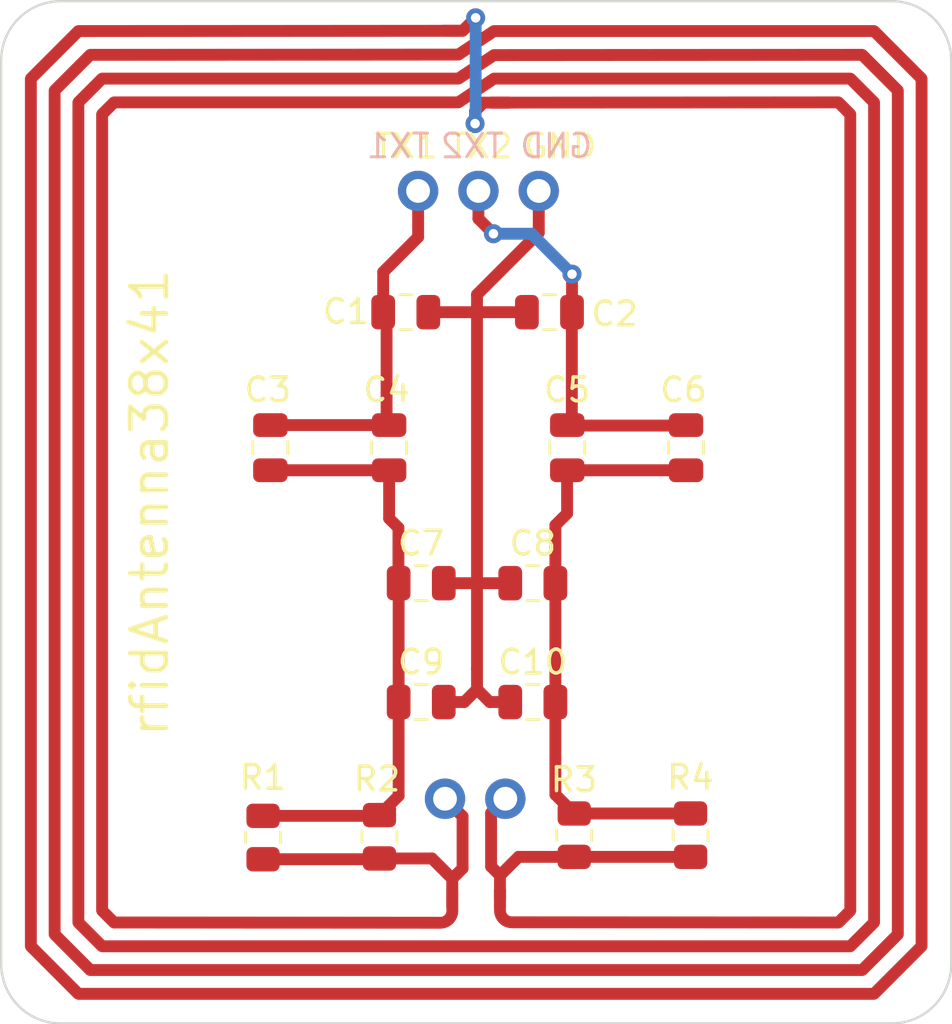
<source format=kicad_pcb>
(kicad_pcb (version 20221018) (generator pcbnew)
  (layers (0 "F.Cu" signal) (31 "B.Cu" signal) (34 "B.Paste" user) (35 "F.Paste" user) (36 "B.SilkS" user "B.Silkscreen") (37 "F.SilkS" user "F.Silkscreen") (38 "B.Mask" user) (39 "F.Mask" user) (44 "Edge.Cuts" user))
  (net 0 "")
  (net 1 "Net-(J1-Pin_1)")
  (net 2 "Net-(J1-Pin_2)")
  (net 3 "Net-(J1-Pin_3)")
  (net 4 "Net-(C3-Pad2)")
  (net 5 "Net-(C10-Pad2)")
  (net 6 "Net-(J2-Pin_1)")
  (footprint "Capacitor_SMD:C_0805_2012Metric" (layer "F.Cu") (at 161.3075 90.532312)
    (fp_text reference "C1" (at -2.5075 -0.030247) (layer "F.SilkS"))
    (fp_text value "NC" hide)
    (fp_line (start -0.261252 -0.735) (end 0.261252 -0.735) (stroke (width 0.12)) (layer "F.SilkS"))
    (fp_line (start -0.261252 0.735) (end 0.261252 0.735) (stroke (width 0.12)) (layer "F.SilkS"))
    (pad "1" smd roundrect (at -0.95 0) (size 1 1.45) (layers "F.Cu" "F.Paste" "F.Mask") (net 1 "Net-(J1-Pin_1)"))
    (pad "2" smd roundrect (at 0.95 0) (size 1 1.45) (layers "F.Cu" "F.Paste" "F.Mask") (net 2 "Net-(J1-Pin_2)"))
  )
  (footprint "Capacitor_SMD:C_0805_2012Metric" (layer "F.Cu") (at 167.3575 90.532312)
    (fp_text reference "C2" (at 2.7425 0.069753 180) (layer "F.SilkS"))
    (fp_text value "NC" hide)
    (fp_line (start -0.261252 -0.735) (end 0.261252 -0.735) (stroke (width 0.12)) (layer "F.SilkS"))
    (fp_line (start -0.261252 0.735) (end 0.261252 0.735) (stroke (width 0.12)) (layer "F.SilkS"))
    (pad "1" smd roundrect (at -0.95 0) (size 1 1.45) (layers "F.Cu" "F.Paste" "F.Mask") (net 2 "Net-(J1-Pin_2)"))
    (pad "2" smd roundrect (at 0.95 0) (size 1 1.45) (layers "F.Cu" "F.Paste" "F.Mask") (net 3 "Net-(J1-Pin_3)"))
  )
  (footprint "Capacitor_SMD:C_0805_2012Metric" (layer "F.Cu") (at 160.6075 96.232312 -90)
    (fp_text reference "C4" (at -2.430247 0.1075 -180) (layer "F.SilkS"))
    (fp_text value "18pF" hide)
    (fp_line (start -0.261252 -0.735) (end 0.261252 -0.735) (stroke (width 0.12)) (layer "F.SilkS"))
    (fp_line (start -0.261252 0.735) (end 0.261252 0.735) (stroke (width 0.12)) (layer "F.SilkS"))
    (pad "1" smd roundrect (at -0.95 0 270) (size 1 1.45) (layers "F.Cu" "F.Paste" "F.Mask") (net 1 "Net-(J1-Pin_1)"))
    (pad "2" smd roundrect (at 0.95 0 270) (size 1 1.45) (layers "F.Cu" "F.Paste" "F.Mask") (net 4 "Net-(C3-Pad2)"))
  )
  (footprint "Resistor_SMD:R_0805_2012Metric" (layer "F.Cu") (at 173.3 112.532312 90)
    (fp_text reference "R4" (at 2.430247 -0.0075 180) (layer "F.SilkS"))
    (fp_text value "2.2R" hide)
    (fp_line (start -0.227064 -0.735) (end 0.227064 -0.735) (stroke (width 0.12)) (layer "F.SilkS"))
    (fp_line (start -0.227064 0.735) (end 0.227064 0.735) (stroke (width 0.12)) (layer "F.SilkS"))
    (pad "1" smd roundrect (at -0.9125 0 90) (size 1.025 1.4) (layers "F.Cu" "F.Paste" "F.Mask") (roundrect_rratio 0.243902) (net 6 "Net-(J2-Pin_1)"))
    (pad "2" smd roundrect (at 0.9125 0 90) (size 1.025 1.4) (layers "F.Cu" "F.Paste" "F.Mask") (roundrect_rratio 0.243902) (net 5 "Net-(C10-Pad2)"))
  )
  (footprint "rfidAntenna38x41:PinHeader_1x02_P2.54mm_Vertical" (layer "F.Cu") (at 162.96 111 90)
    (fp_text reference "J2" hide)
    (fp_text value "Conn_01x02_Pin" hide)
    (pad "1" thru_hole circle (at 0 0 90) (size 1.7 1.7) (drill 1) (layers "*.Cu" "*.Mask") (net 6 "Net-(J2-Pin_1)"))
    (pad "2" thru_hole oval (at 0 2.54 90) (size 1.7 1.7) (drill 1) (layers "*.Cu" "*.Mask") (net 6 "Net-(J2-Pin_1)"))
  )
  (footprint "rfidAntenna38x41:PinHeader_1x03_P2.54mm_Vertical" (layer "F.Cu") (at 161.8275 85.432312 90)
    (fp_text reference "J1" hide)
    (fp_text value "Conn_01x03_Pin" hide)
    (pad "1" thru_hole circle (at 0 0 90) (size 1.7 1.7) (drill 1) (layers "*.Cu" "*.Mask") (net 1 "Net-(J1-Pin_1)"))
    (pad "2" thru_hole oval (at 0 2.54 90) (size 1.7 1.7) (drill 1) (layers "*.Cu" "*.Mask") (net 3 "Net-(J1-Pin_3)"))
    (pad "3" thru_hole oval (at 0 5.08 90) (size 1.7 1.7) (drill 1) (layers "*.Cu" "*.Mask") (net 2 "Net-(J1-Pin_2)"))
  )
  (footprint "Capacitor_SMD:C_0805_2012Metric" (layer "F.Cu") (at 173.1075 96.232312 90)
    (fp_text reference "C6" (at 2.430247 -0.1075 180) (layer "F.SilkS"))
    (fp_text value "15pF" hide)
    (fp_line (start -0.261252 -0.735) (end 0.261252 -0.735) (stroke (width 0.12)) (layer "F.SilkS"))
    (fp_line (start -0.261252 0.735) (end 0.261252 0.735) (stroke (width 0.12)) (layer "F.SilkS"))
    (pad "1" smd roundrect (at -0.95 0 90) (size 1 1.45) (layers "F.Cu" "F.Paste" "F.Mask") (net 5 "Net-(C10-Pad2)"))
    (pad "2" smd roundrect (at 0.95 0 90) (size 1 1.45) (layers "F.Cu" "F.Paste" "F.Mask") (net 3 "Net-(J1-Pin_3)"))
  )
  (footprint "Resistor_SMD:R_0805_2012Metric" (layer "F.Cu") (at 168.4 112.532312 -90)
    (fp_text reference "R3" (at -2.330247 0.0075 -180) (layer "F.SilkS"))
    (fp_text value "2.2R" hide)
    (fp_line (start -0.227064 -0.735) (end 0.227064 -0.735) (stroke (width 0.12)) (layer "F.SilkS"))
    (fp_line (start -0.227064 0.735) (end 0.227064 0.735) (stroke (width 0.12)) (layer "F.SilkS"))
    (pad "1" smd roundrect (at -0.9125 0 270) (size 1.025 1.4) (layers "F.Cu" "F.Paste" "F.Mask") (roundrect_rratio 0.243902) (net 5 "Net-(C10-Pad2)"))
    (pad "2" smd roundrect (at 0.9125 0 270) (size 1.025 1.4) (layers "F.Cu" "F.Paste" "F.Mask") (roundrect_rratio 0.243902) (net 6 "Net-(J2-Pin_1)"))
  )
  (footprint "Capacitor_SMD:C_0805_2012Metric" (layer "F.Cu") (at 161.9575 101.932312)
    (fp_text reference "C7" (at 0 -1.68) (layer "F.SilkS"))
    (fp_text value "NC" hide)
    (fp_line (start -0.261252 -0.735) (end 0.261252 -0.735) (stroke (width 0.12)) (layer "F.SilkS"))
    (fp_line (start -0.261252 0.735) (end 0.261252 0.735) (stroke (width 0.12)) (layer "F.SilkS"))
    (pad "1" smd roundrect (at -0.95 0) (size 1 1.45) (layers "F.Cu" "F.Paste" "F.Mask") (net 4 "Net-(C3-Pad2)"))
    (pad "2" smd roundrect (at 0.95 0) (size 1 1.45) (layers "F.Cu" "F.Paste" "F.Mask") (net 2 "Net-(J1-Pin_2)"))
  )
  (footprint "Capacitor_SMD:C_0805_2012Metric" (layer "F.Cu") (at 161.9575 106.932312)
    (fp_text reference "C9" (at 0 -1.68) (layer "F.SilkS"))
    (fp_text value "82pF" hide)
    (fp_line (start -0.261252 -0.735) (end 0.261252 -0.735) (stroke (width 0.12)) (layer "F.SilkS"))
    (fp_line (start -0.261252 0.735) (end 0.261252 0.735) (stroke (width 0.12)) (layer "F.SilkS"))
    (pad "1" smd roundrect (at -0.95 0) (size 1 1.45) (layers "F.Cu" "F.Paste" "F.Mask") (net 4 "Net-(C3-Pad2)"))
    (pad "2" smd roundrect (at 0.95 0) (size 1 1.45) (layers "F.Cu" "F.Paste" "F.Mask") (net 2 "Net-(J1-Pin_2)"))
  )
  (footprint "Capacitor_SMD:C_0805_2012Metric" (layer "F.Cu") (at 155.6075 96.232312 -90)
    (fp_text reference "C3" (at -2.430247 0.1075 -180) (layer "F.SilkS"))
    (fp_text value "15pF" hide)
    (fp_line (start -0.261252 -0.735) (end 0.261252 -0.735) (stroke (width 0.12)) (layer "F.SilkS"))
    (fp_line (start -0.261252 0.735) (end 0.261252 0.735) (stroke (width 0.12)) (layer "F.SilkS"))
    (pad "1" smd roundrect (at -0.95 0 270) (size 1 1.45) (layers "F.Cu" "F.Paste" "F.Mask") (net 1 "Net-(J1-Pin_1)"))
    (pad "2" smd roundrect (at 0.95 0 270) (size 1 1.45) (layers "F.Cu" "F.Paste" "F.Mask") (net 4 "Net-(C3-Pad2)"))
  )
  (footprint "Capacitor_SMD:C_0805_2012Metric" (layer "F.Cu") (at 166.6575 101.932312)
    (fp_text reference "C8" (at 0 -1.68) (layer "F.SilkS"))
    (fp_text value "NC" hide)
    (fp_line (start -0.261252 -0.735) (end 0.261252 -0.735) (stroke (width 0.12)) (layer "F.SilkS"))
    (fp_line (start -0.261252 0.735) (end 0.261252 0.735) (stroke (width 0.12)) (layer "F.SilkS"))
    (pad "1" smd roundrect (at -0.95 0) (size 1 1.45) (layers "F.Cu" "F.Paste" "F.Mask") (net 2 "Net-(J1-Pin_2)"))
    (pad "2" smd roundrect (at 0.95 0) (size 1 1.45) (layers "F.Cu" "F.Paste" "F.Mask") (net 5 "Net-(C10-Pad2)"))
  )
  (footprint "Resistor_SMD:R_0805_2012Metric" (layer "F.Cu") (at 160.2 112.6 -90)
    (fp_text reference "R2" (at -2.430247 0.1075) (layer "F.SilkS"))
    (fp_text value "2.2R" hide)
    (fp_line (start -0.227064 -0.735) (end 0.227064 -0.735) (stroke (width 0.12)) (layer "F.SilkS"))
    (fp_line (start -0.227064 0.735) (end 0.227064 0.735) (stroke (width 0.12)) (layer "F.SilkS"))
    (pad "1" smd roundrect (at -0.9125 0 270) (size 1.025 1.4) (layers "F.Cu" "F.Paste" "F.Mask") (roundrect_rratio 0.243902) (net 4 "Net-(C3-Pad2)"))
    (pad "2" smd roundrect (at 0.9125 0 270) (size 1.025 1.4) (layers "F.Cu" "F.Paste" "F.Mask") (roundrect_rratio 0.243902) (net 6 "Net-(J2-Pin_1)"))
  )
  (footprint "Capacitor_SMD:C_0805_2012Metric" (layer "F.Cu") (at 166.6575 106.932312)
    (fp_text reference "C10" (at 0 -1.68) (layer "F.SilkS"))
    (fp_text value "82pF" hide)
    (fp_line (start -0.261252 -0.735) (end 0.261252 -0.735) (stroke (width 0.12)) (layer "F.SilkS"))
    (fp_line (start -0.261252 0.735) (end 0.261252 0.735) (stroke (width 0.12)) (layer "F.SilkS"))
    (pad "1" smd roundrect (at -0.95 0) (size 1 1.45) (layers "F.Cu" "F.Paste" "F.Mask") (net 2 "Net-(J1-Pin_2)"))
    (pad "2" smd roundrect (at 0.95 0) (size 1 1.45) (layers "F.Cu" "F.Paste" "F.Mask") (net 5 "Net-(C10-Pad2)"))
  )
  (footprint "Capacitor_SMD:C_0805_2012Metric" (layer "F.Cu") (at 168.1075 96.232312 -90)
    (fp_text reference "C5" (at -2.430247 0.0075 -180) (layer "F.SilkS"))
    (fp_text value "18pF" hide)
    (fp_line (start -0.261252 -0.735) (end 0.261252 -0.735) (stroke (width 0.12)) (layer "F.SilkS"))
    (fp_line (start -0.261252 0.735) (end 0.261252 0.735) (stroke (width 0.12)) (layer "F.SilkS"))
    (pad "1" smd roundrect (at -0.95 0 270) (size 1 1.45) (layers "F.Cu" "F.Paste" "F.Mask") (net 3 "Net-(J1-Pin_3)"))
    (pad "2" smd roundrect (at 0.95 0 270) (size 1 1.45) (layers "F.Cu" "F.Paste" "F.Mask") (net 5 "Net-(C10-Pad2)"))
  )
  (footprint "Resistor_SMD:R_0805_2012Metric" (layer "F.Cu") (at 155.3 112.632312 90)
    (fp_text reference "R1" (at 2.530247 -0.0075 180) (layer "F.SilkS"))
    (fp_text value "2.2R" hide)
    (fp_line (start -0.227064 -0.735) (end 0.227064 -0.735) (stroke (width 0.12)) (layer "F.SilkS"))
    (fp_line (start -0.227064 0.735) (end 0.227064 0.735) (stroke (width 0.12)) (layer "F.SilkS"))
    (pad "1" smd roundrect (at -0.9125 0 90) (size 1.025 1.4) (layers "F.Cu" "F.Paste" "F.Mask") (roundrect_rratio 0.243902) (net 6 "Net-(J2-Pin_1)"))
    (pad "2" smd roundrect (at 0.9125 0 90) (size 1.025 1.4) (layers "F.Cu" "F.Paste" "F.Mask") (roundrect_rratio 0.243902) (net 4 "Net-(C3-Pad2)"))
  )
  (footprint "rfidAntenna38x41:rfidAntenna38x41" (layer "F.Cu") (at 145.524405 78.706375)
    (fp_text reference "L1" hide)
    (fp_text value "L" hide)
    (pad "1" smd custom (at 17.74 36.51) (size 0.5055 0.5055) (layers "F.Cu" "F.Paste") (net 6 "Net-(J2-Pin_1)") (options (clearance outline) (anchor circle)) (primitives (gr_poly (pts (xy -0.25275 -0.376625) (xy -0.24313 -0.424987) (xy -0.215736 -0.465986) (xy -0.174737 -0.49338) (xy -0.126374 -0.502999) (xy 0.126375 -0.503) (xy 0.174737 -0.49338) (xy 0.215736 -0.465986) (xy 0.24313 -0.424987) (xy 0.252749 -0.376624) (xy 0.25275 0.376625) (xy 0.24313 0.424987) (xy 0.215736 0.465986) (xy 0.174737 0.49338) (xy 0.126374 0.502999) (xy -0.126375 0.503) (xy -0.174737 0.49338) (xy -0.215736 0.465986) (xy -0.24313 0.424987) (xy -0.252749 0.376624)) (width 0) (fill yes)) (gr_line (start 0.004946 0.494645) (end 0 0) (width 0.5)) (gr_arc (start 0.004946 0.494645) (mid -0.139865 0.851522) (end -0.49538 0.999645) (width 0.5)) (gr_line (start -0.49538 0.999645) (end -14.24 0.99) (width 0.5)) (gr_line (start -14.74 0.49) (end -14.24 0.99) (width 0.5)) (gr_line (start -14.74 0.49) (end -14.74 -33.01) (width 0.5)) (gr_line (start -14.74 -33.01) (end -14.24 -33.51) (width 0.5)) (gr_line (start -14.24 -33.51) (end 0.26 -33.51) (width 0.5)) (gr_line (start 0.26 -33.51) (end 1.76 -34.51) (width 0.5)) (gr_line (start 1.76 -34.51) (end 16.76 -34.51) (width 0.5)) (gr_line (start 16.76 -34.51) (end 17.76 -33.51) (width 0.5)) (gr_line (start 17.76 -33.51) (end 17.76 0.99) (width 0.5)) (gr_line (start 16.76 1.99) (end 17.76 0.99) (width 0.5)) (gr_line (start 16.76 1.99) (end -14.74 1.99) (width 0.5)) (gr_line (start -15.74 0.99) (end -14.74 1.99) (width 0.5)) (gr_line (start -15.74 0.99) (end -15.74 -33.51) (width 0.5)) (gr_line (start -15.74 -33.51) (end -14.74 -34.51) (width 0.5)) (gr_line (start -14.74 -34.51) (end 0.26 -34.51) (width 0.5)) (gr_line (start 0.26 -34.51) (end 1.76 -35.5) (width 0.5)) (gr_line (start 1.76 -35.5) (end 17.26 -35.51) (width 0.5)) (gr_line (start 17.26 -35.51) (end 18.76 -34.01) (width 0.5)) (gr_line (start 18.76 -34.01) (end 18.76 1.49) (width 0.5)) (gr_line (start 17.26 2.99) (end 18.76 1.49) (width 0.5)) (gr_line (start 17.26 2.99) (end -15.24 2.99) (width 0.5)) (gr_line (start -16.74 1.49) (end -15.24 2.99) (width 0.5)) (gr_line (start -16.74 1.49) (end -16.74 -34.01) (width 0.5)) (gr_line (start -16.74 -34.01) (end -15.24 -35.51) (width 0.5)) (gr_line (start -15.24 -35.51) (end 0.26 -35.52) (width 0.5)) (gr_line (start 0.26 -35.52) (end 1.76 -36.51) (width 0.5)) (gr_line (start 1.76 -36.51) (end 17.76 -36.51) (width 0.5)) (gr_line (start 17.76 -36.51) (end 19.76 -34.51) (width 0.5)) (gr_line (start 19.76 -34.51) (end 19.76 1.99) (width 0.5)) (gr_line (start 17.76 3.99) (end 19.76 1.99) (width 0.5)) (gr_line (start 17.76 3.99) (end -15.74 3.99) (width 0.5)) (gr_line (start -17.74 1.99) (end -15.74 3.99) (width 0.5)) (gr_line (start -17.74 1.99) (end -17.74 -34.51) (width 0.5)) (gr_line (start -17.74 -34.51) (end -15.74 -36.51) (width 0.5)) (gr_line (start -15.74 -36.51) (end 0.01 -36.52) (width 0.5))))
    (pad "1" smd roundrect (at 17.75 -0.01 90) (size 0.5055 1.006) (layers "F.Cu" "F.Paste") (net 6 "Net-(J2-Pin_1)"))
    (pad "2" smd roundrect (at 19.75 3.01 90) (size 0.5055 1.006) (layers "F.Cu" "F.Paste") (net 6 "Net-(J2-Pin_1)"))
    (pad "2" smd custom (at 19.75 36.49) (size 0.5055 0.5055) (layers "F.Cu" "F.Paste") (net 6 "Net-(J2-Pin_1)") (options (clearance outline) (anchor circle)) (primitives (gr_poly (pts (xy -0.25275 -0.376625) (xy -0.24313 -0.424987) (xy -0.215736 -0.465986) (xy -0.174737 -0.49338) (xy -0.126374 -0.502999) (xy 0.126375 -0.503) (xy 0.174737 -0.49338) (xy 0.215736 -0.465986) (xy 0.24313 -0.424987) (xy 0.252749 -0.376624) (xy 0.25275 0.376625) (xy 0.24313 0.424987) (xy 0.215736 0.465986) (xy 0.174737 0.49338) (xy 0.126374 0.502999) (xy -0.126375 0.503) (xy -0.174737 0.49338) (xy -0.215736 0.465986) (xy -0.24313 0.424987) (xy -0.252749 0.376624)) (width 0) (fill yes)) (gr_arc (start 0.499649 1.000351) (mid 0.146312 0.853791) (end 0 0.500351) (width 0.5)) (gr_line (start 14.25 1.01) (end 0.499649 1.000351) (width 0.5)) (gr_line (start 14.25 1.01) (end 14.75 0.51) (width 0.5)) (gr_line (start 14.75 -32.99) (end 14.75 0.51) (width 0.5)) (gr_line (start 14.25 -33.49) (end 14.75 -32.99) (width 0.5)) (gr_line (start 0 -33.48) (end 14.25 -33.49) (width 0.5)) (gr_line (start 0 0.500351) (end 0 0) (width 0.5))))
  )
  (gr_arc (start 181.774405 77.45) (mid 183.542169 78.182235) (end 184.274405 79.95) (stroke (width 0.1)) (layer "Edge.Cuts"))
  (gr_line (start 144.274405 117.95) (end 144.274405 79.95) (stroke (width 0.1)) (layer "Edge.Cuts"))
  (gr_arc (start 184.274405 117.95) (mid 183.542172 119.717767) (end 181.774405 120.45) (stroke (width 0.1)) (layer "Edge.Cuts"))
  (gr_arc (start 144.274405 79.95) (mid 145.006638 78.182233) (end 146.774405 77.45) (stroke (width 0.1)) (layer "Edge.Cuts"))
  (gr_line (start 181.774405 120.45) (end 146.774405 120.45) (stroke (width 0.1)) (layer "Edge.Cuts"))
  (gr_line (start 146.774405 77.45) (end 181.774405 77.45) (stroke (width 0.1)) (layer "Edge.Cuts"))
  (gr_arc (start 146.774405 120.45) (mid 145.006638 119.717767) (end 144.274405 117.95) (stroke (width 0.1)) (layer "Edge.Cuts"))
  (gr_line (start 184.274405 79.95) (end 184.274405 117.95) (stroke (width 0.1)) (layer "Edge.Cuts"))
  (gr_text "GND" (at 169.25 84.125) (layer "B.SilkS") (effects (font (size 1 1) (thickness 0.125)) (justify left bottom mirror)))
  (gr_text "TX2" (at 165.525 84.125) (layer "B.SilkS") (effects (font (size 1 1) (thickness 0.125)) (justify left bottom mirror)))
  (gr_text "TX1" (at 162.4 84.125) (layer "B.SilkS") (effects (font (size 1 1) (thickness 0.125)) (justify left bottom mirror)))
  (gr_text "GND" (at 166.2075 84.132312) (layer "F.SilkS") (effects (font (size 1 1) (thickness 0.125)) (justify left bottom)))
  (gr_text "TX1" (at 159.9075 84.132312) (layer "F.SilkS") (effects (font (size 1 1) (thickness 0.125)) (justify left bottom)))
  (gr_text "rfidAntenna38x41" (at 151.4 108.5 90) (layer "F.SilkS") (effects (font (size 1.5 1.5) (thickness 0.2) bold) (justify left bottom)))
  (gr_text "TX2" (at 163.0575 84.132312) (layer "F.SilkS") (effects (font (size 1 1) (thickness 0.125)) (justify left bottom)))
  (segment (start 160.6075 95.282312) (end 155.6075 95.282312) (width 0.5) (layer "F.Cu") (net 1))
  (segment (start 160.3575 88.844565) (end 160.3575 90.532312) (width 0.5) (layer "F.Cu") (net 1))
  (segment (start 161.8275 87.374565) (end 160.3575 88.844565) (width 0.5) (layer "F.Cu") (net 1))
  (segment (start 161.8275 85.432312) (end 161.8275 87.374565) (width 0.5) (layer "F.Cu") (net 1))
  (segment (start 160.5 90.674812) (end 160.5 95.174812) (width 0.5) (layer "F.Cu") (net 1))
  (segment (start 160.5 95.174812) (end 160.6075 95.282312) (width 0.5) (layer "F.Cu") (net 1))
  (segment (start 160.3575 90.532312) (end 160.5 90.674812) (width 0.5) (layer "F.Cu") (net 1))
  (segment (start 164.3075 89.7925) (end 164.3075 90.532312) (width 0.5) (layer "F.Cu") (net 2))
  (segment (start 164.845247 106.932312) (end 164.3075 106.394565) (width 0.5) (layer "F.Cu") (net 2))
  (segment (start 166.4075 90.532312) (end 164.3075 90.532312) (width 0.5) (layer "F.Cu") (net 2))
  (segment (start 164.3075 105.532312) (end 164.3075 106.394565) (width 0.5) (layer "F.Cu") (net 2))
  (segment (start 164.3075 106.394565) (end 163.769753 106.932312) (width 0.5) (layer "F.Cu") (net 2))
  (segment (start 166.9075 85.432312) (end 166.9075 87.1925) (width 0.5) (layer "F.Cu") (net 2))
  (segment (start 164.3075 101.832312) (end 164.3075 90.532312) (width 0.5) (layer "F.Cu") (net 2))
  (segment (start 165.7075 106.932312) (end 164.845247 106.932312) (width 0.5) (layer "F.Cu") (net 2))
  (segment (start 162.9075 101.932312) (end 164.2075 101.932312) (width 0.5) (layer "F.Cu") (net 2))
  (segment (start 162.2575 90.532312) (end 164.3075 90.532312) (width 0.5) (layer "F.Cu") (net 2))
  (segment (start 163.769753 106.932312) (end 162.9075 106.932312) (width 0.5) (layer "F.Cu") (net 2))
  (segment (start 166.9075 87.1925) (end 164.3075 89.7925) (width 0.5) (layer "F.Cu") (net 2))
  (segment (start 164.3075 105.532312) (end 164.3075 101.832312) (width 0.5) (layer "F.Cu") (net 2))
  (segment (start 165.7075 101.932312) (end 164.2075 101.932312) (width 0.5) (layer "F.Cu") (net 2))
  (segment (start 164.2075 101.932312) (end 164.3075 101.832312) (width 0.5) (layer "F.Cu") (net 2))
  (segment (start 168.3 90.539812) (end 168.3075 90.532312) (width 0.5) (layer "F.Cu") (net 3))
  (segment (start 168.3 95.089812) (end 168.3 90.539812) (width 0.5) (layer "F.Cu") (net 3))
  (segment (start 164.3675 86.599812) (end 164.3675 85.432312) (width 0.5) (layer "F.Cu") (net 3))
  (segment (start 173.087747 95.302065) (end 173.1075 95.282312) (width 0.5) (layer "F.Cu") (net 3))
  (segment (start 168.1075 95.282312) (end 168.3 95.089812) (width 0.5) (layer "F.Cu") (net 3))
  (segment (start 168.3075 88.932312) (end 168.3075 90.532312) (width 0.5) (layer "F.Cu") (net 3))
  (segment (start 168.1075 95.282312) (end 168.127253 95.302065) (width 0.5) (layer "F.Cu") (net 3))
  (segment (start 168.127253 95.302065) (end 173.087747 95.302065) (width 0.5) (layer "F.Cu") (net 3))
  (segment (start 165 87.232312) (end 164.3675 86.599812) (width 0.5) (layer "F.Cu") (net 3))
  (via (at 165 87.232312) (size 0.8) (drill 0.4) (layers "F.Cu" "B.Cu") (net 3))
  (via (at 168.3075 88.932312) (size 0.8) (drill 0.4) (layers "F.Cu" "B.Cu") (net 3))
  (segment (start 166.6075 87.232312) (end 168.3075 88.932312) (width 0.5) (layer "B.Cu") (net 3))
  (segment (start 165 87.232312) (end 166.6075 87.232312) (width 0.5) (layer "B.Cu") (net 3))
  (segment (start 161.0075 101.932312) (end 161.0075 106.932312) (width 0.5) (layer "F.Cu") (net 4))
  (segment (start 160.167688 111.719812) (end 160.2 111.6875) (width 0.5) (layer "F.Cu") (net 4))
  (segment (start 161.0075 106.932312) (end 161.0075 110.88) (width 0.5) (layer "F.Cu") (net 4))
  (segment (start 160.6075 97.182312) (end 160.6075 99.209565) (width 0.5) (layer "F.Cu") (net 4))
  (segment (start 160.6075 97.182312) (end 155.6075 97.182312) (width 0.5) (layer "F.Cu") (net 4))
  (segment (start 161 101.924812) (end 161.0075 101.932312) (width 0.5) (layer "F.Cu") (net 4))
  (segment (start 160.6075 99.209565) (end 161 99.602065) (width 0.5) (layer "F.Cu") (net 4))
  (segment (start 161.0075 110.88) (end 160.2 111.6875) (width 0.5) (layer "F.Cu") (net 4))
  (segment (start 155.3 111.719812) (end 160.167688 111.719812) (width 0.5) (layer "F.Cu") (net 4))
  (segment (start 161 99.602065) (end 161 101.924812) (width 0.5) (layer "F.Cu") (net 4))
  (segment (start 168.1075 97.182312) (end 173.1075 97.182312) (width 0.5) (layer "F.Cu") (net 5))
  (segment (start 168.1 99.002065) (end 168.1 97.189812) (width 0.5) (layer "F.Cu") (net 5))
  (segment (start 167.6075 99.494565) (end 168.1 99.002065) (width 0.5) (layer "F.Cu") (net 5))
  (segment (start 168.4 111.619812) (end 173.3 111.619812) (width 0.5) (layer "F.Cu") (net 5))
  (segment (start 167.6075 110.827312) (end 168.4 111.619812) (width 0.5) (layer "F.Cu") (net 5))
  (segment (start 167.6075 106.932312) (end 167.6075 110.827312) (width 0.5) (layer "F.Cu") (net 5))
  (segment (start 167.6075 101.932312) (end 167.6075 99.494565) (width 0.5) (layer "F.Cu") (net 5))
  (segment (start 168.1 97.189812) (end 168.1075 97.182312) (width 0.5) (layer "F.Cu") (net 5))
  (segment (start 167.6075 106.932312) (end 167.6075 101.932312) (width 0.5) (layer "F.Cu") (net 5))
  (segment (start 166.055188 113.444812) (end 165.75 113.75) (width 0.5) (layer "F.Cu") (net 6))
  (segment (start 160.2 113.5125) (end 162.4125 113.5125) (width 0.5) (layer "F.Cu") (net 6))
  (segment (start 165.5 111) (end 164.9 111.6) (width 0.5) (layer "F.Cu") (net 6))
  (segment (start 163.7 113.92881) (end 163.264405 114.364405) (width 0.5) (layer "F.Cu") (net 6))
  (segment (start 162.8 113.9) (end 163 114.1) (width 0.5) (layer "F.Cu") (net 6))
  (segment (start 168.4 113.444812) (end 166.055188 113.444812) (width 0.5) (layer "F.Cu") (net 6))
  (segment (start 164.225 82.6) (end 164.225 82.075) (width 0.5) (layer "F.Cu") (net 6))
  (segment (start 163.264405 114.364405) (end 163.264405 115.216375) (width 0.5) (layer "F.Cu") (net 6))
  (segment (start 163 114.1) (end 163.264405 114.364405) (width 0.5) (layer "F.Cu") (net 6))
  (segment (start 168.4 113.444812) (end 173.3 113.444812) (width 0.5) (layer "F.Cu") (net 6))
  (segment (start 165.274405 114.225595) (end 165.274405 115.196375) (width 0.5) (layer "F.Cu") (net 6))
  (segment (start 164.9 113.85119) (end 165.274405 114.225595) (width 0.5) (layer "F.Cu") (net 6))
  (segment (start 160.167688 113.544812) (end 160.2 113.5125) (width 0.5) (layer "F.Cu") (net 6))
  (segment (start 164.583625 81.716375) (end 165.274405 81.716375) (width 0.5) (layer "F.Cu") (net 6))
  (segment (start 164.9 111.6) (end 164.9 113.85119) (width 0.5) (layer "F.Cu") (net 6))
  (segment (start 162.96 111) (end 163.7 111.74) (width 0.5) (layer "F.Cu") (net 6))
  (segment (start 163.274405 78.696375) (end 163.703625 78.696375) (width 0.5) (layer "F.Cu") (net 6))
  (segment (start 163.703625 78.696375) (end 164.25 78.15) (width 0.5) (layer "F.Cu") (net 6))
  (segment (start 165.75 113.75) (end 165.274405 114.225595) (width 0.5) (layer "F.Cu") (net 6))
  (segment (start 164.225 82.075) (end 164.583625 81.716375) (width 0.5) (layer "F.Cu") (net 6))
  (segment (start 163.7 111.74) (end 163.7 113.92881) (width 0.5) (layer "F.Cu") (net 6))
  (segment (start 155.3 113.544812) (end 160.167688 113.544812) (width 0.5) (layer "F.Cu") (net 6))
  (segment (start 162.4125 113.5125) (end 162.8 113.9) (width 0.5) (layer "F.Cu") (net 6))
  (via (at 164.25 78.15) (size 0.8) (drill 0.4) (layers "F.Cu" "B.Cu") (net 6))
  (via (at 164.225 82.6) (size 0.8) (drill 0.4) (layers "F.Cu" "B.Cu") (net 6))
  (segment (start 164.25 78.15) (end 164.25 82.575) (width 0.5) (layer "B.Cu") (net 6))
  (segment (start 164.25 82.575) (end 164.225 82.6) (width 0.5) (layer "B.Cu") (net 6))
)
</source>
